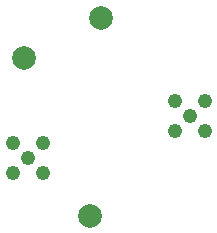
<source format=gbr>
G04 #@! TF.GenerationSoftware,KiCad,Pcbnew,(5.1.9-0-10_14)*
G04 #@! TF.CreationDate,2021-04-04T17:46:36+02:00*
G04 #@! TF.ProjectId,wson8,77736f6e-382e-46b6-9963-61645f706362,rev?*
G04 #@! TF.SameCoordinates,Original*
G04 #@! TF.FileFunction,Copper,L2,Bot*
G04 #@! TF.FilePolarity,Positive*
%FSLAX46Y46*%
G04 Gerber Fmt 4.6, Leading zero omitted, Abs format (unit mm)*
G04 Created by KiCad (PCBNEW (5.1.9-0-10_14)) date 2021-04-04 17:46:36*
%MOMM*%
%LPD*%
G01*
G04 APERTURE LIST*
G04 #@! TA.AperFunction,ComponentPad*
%ADD10C,1.240000*%
G04 #@! TD*
G04 #@! TA.AperFunction,ComponentPad*
%ADD11C,2.000000*%
G04 #@! TD*
G04 APERTURE END LIST*
D10*
X116687600Y-106730800D03*
X119227600Y-104190800D03*
X119227600Y-106730800D03*
X116687600Y-104190800D03*
X117957600Y-105460800D03*
X102946200Y-110286800D03*
X105486200Y-107746800D03*
X105486200Y-110286800D03*
X102946200Y-107746800D03*
X104216200Y-109016800D03*
D11*
X109524800Y-113919000D03*
X103936800Y-100558600D03*
X110413800Y-97155000D03*
M02*

</source>
